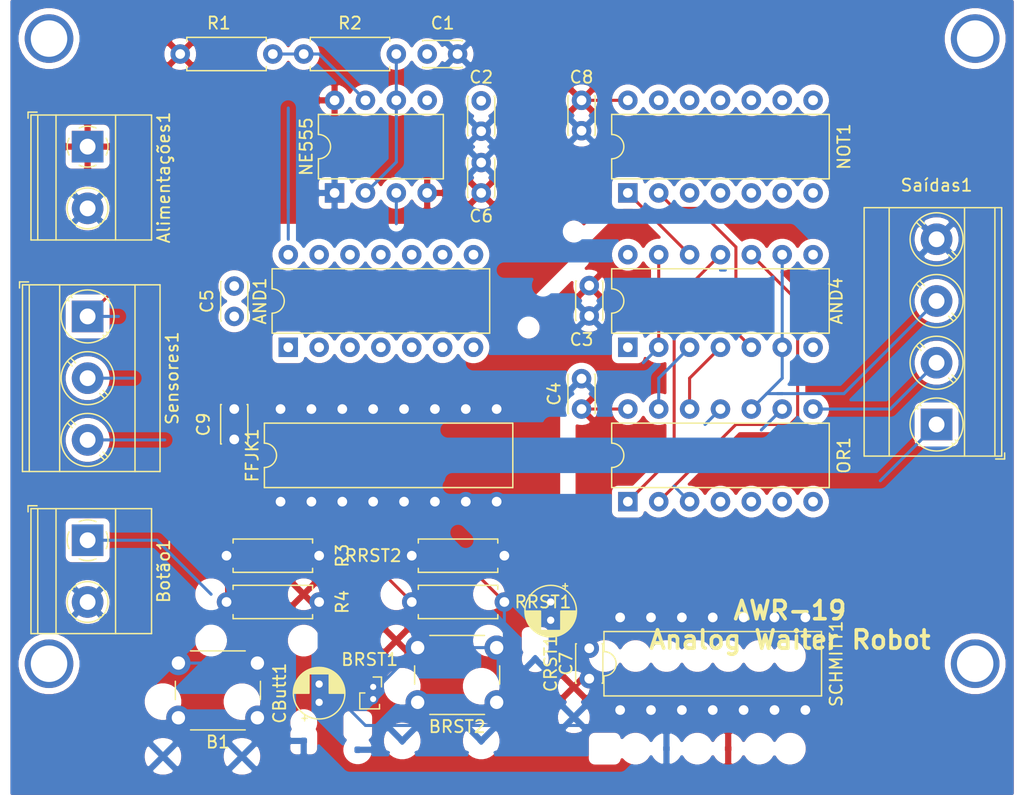
<source format=kicad_pcb>
(kicad_pcb (version 20171130) (host pcbnew "(5.1.9)-1")
  (layers (0 F.Cu signal) (31 B.Cu signal) (34 B.Paste user) (35 F.Paste user) (36 B.SilkS user) (37 F.SilkS user) (38 B.Mask user) (39 F.Mask user) (44 Edge.Cuts user))
  (net 0 "")
  (net 1 RESET)
  (net 2 +5V)
  (net 3 "Net-(NE555-Pad7)")
  (net 4 CLK)
  (net 5 "Net-(C1-Pad1)")
  (net 6 GND)
  (net 7 B1')
  (net 8 B)
  (net 9 "Net-(AND1-Pad4)")
  (net 10 S8)
  (net 11 S1)
  (net 12 BWL)
  (net 13 B0)
  (net 14 "Net-(AND4-Pad5)")
  (net 15 "Net-(AND4-Pad11)")
  (net 16 "Net-(AND4-Pad4)")
  (net 17 "Net-(AND4-Pad10)")
  (net 18 "Net-(AND4-Pad3)")
  (net 19 S5)
  (net 20 FWR)
  (net 21 FWL)
  (net 22 "Net-(C2-Pad2)")
  (net 23 B_IN)
  (net 24 "Net-(AND1-Pad3)")
  (net 25 "Net-(AND1-Pad10)")
  (net 26 "Net-(FFJK1-Pad3)")
  (net 27 "Net-(FFJK1-Pad2)")
  (net 28 "Net-(BRST1-Pad1)")
  (net 29 "Net-(CButt1-Pad2)")
  (module Capacitor_THT:C_Disc_D3.0mm_W2.0mm_P2.50mm (layer F.Cu) (at 85.09 62.23 90)
    (fp_text reference C4 (at 1.25 -2.25 90) (layer F.SilkS))
    (fp_text value 10n)
    (pad 2 thru_hole circle (at 2.5 0 90) (size 1.6 1.6) (drill 0.8) (layers *.Cu *.Mask) (net 6 GND))
    (pad 1 thru_hole circle (at 0 0 90) (size 1.6 1.6) (drill 0.8) (layers *.Cu *.Mask) (net 2 +5V))
  )
  (module Connector_PinSocket_1.00mm:PinSocket_1x02_P1.00mm_Vertical (layer F.Cu) (at 67.945 85.09)
    (fp_text reference BRST1 (at -0.29 -2.25) (layer F.SilkS))
    (fp_text value Conn_01x02_Female)
    (pad 2 thru_hole oval (at 0 1) (size 0.85 0.85) (drill 0.5) (layers *.Cu *.Mask) (net 6 GND))
    (pad 1 thru_hole rect (at 0 0) (size 0.85 0.85) (drill 0.5) (layers *.Cu *.Mask) (net 28 "Net-(BRST1-Pad1)"))
  )
  (module Package_DIP:DIP-14_W7.62mm (layer F.Cu) (at 60.96 57.15 90)
    (fp_text reference AND1 (at 3.81 -2.33 90) (layer F.SilkS))
    (fp_text value 4081)
    (pad 1 thru_hole rect (at 0 0 90) (size 1.6 1.6) (drill 0.8) (layers *.Cu *.Mask) (net 11 S1))
    (pad 8 thru_hole oval (at 7.62 15.24 90) (size 1.6 1.6) (drill 0.8) (layers *.Cu *.Mask) (net 13 B0))
    (pad 2 thru_hole oval (at 0 2.54 90) (size 1.6 1.6) (drill 0.8) (layers *.Cu *.Mask) (net 10 S8))
    (pad 9 thru_hole oval (at 7.62 12.7 90) (size 1.6 1.6) (drill 0.8) (layers *.Cu *.Mask) (net 19 S5))
    (pad 3 thru_hole oval (at 0 5.08 90) (size 1.6 1.6) (drill 0.8) (layers *.Cu *.Mask) (net 24 "Net-(AND1-Pad3)"))
    (pad 10 thru_hole oval (at 7.62 10.16 90) (size 1.6 1.6) (drill 0.8) (layers *.Cu *.Mask) (net 25 "Net-(AND1-Pad10)"))
    (pad 4 thru_hole oval (at 0 7.62 90) (size 1.6 1.6) (drill 0.8) (layers *.Cu *.Mask) (net 9 "Net-(AND1-Pad4)"))
    (pad 11 thru_hole oval (at 7.62 7.62 90) (size 1.6 1.6) (drill 0.8) (layers *.Cu *.Mask) (net 21 FWL))
    (pad 5 thru_hole oval (at 0 10.16 90) (size 1.6 1.6) (drill 0.8) (layers *.Cu *.Mask) (net 13 B0))
    (pad 12 thru_hole oval (at 7.62 5.08 90) (size 1.6 1.6) (drill 0.8) (layers *.Cu *.Mask) (net 7 B1'))
    (pad 6 thru_hole oval (at 0 12.7 90) (size 1.6 1.6) (drill 0.8) (layers *.Cu *.Mask) (net 24 "Net-(AND1-Pad3)"))
    (pad 13 thru_hole oval (at 7.62 2.54 90) (size 1.6 1.6) (drill 0.8) (layers *.Cu *.Mask) (net 13 B0))
    (pad 7 thru_hole oval (at 0 15.24 90) (size 1.6 1.6) (drill 0.8) (layers *.Cu *.Mask))
    (pad 14 thru_hole oval (at 7.62 0 90) (size 1.6 1.6) (drill 0.8) (layers *.Cu *.Mask))
  )
  (module Capacitor_THT:C_Disc_D3.0mm_W2.0mm_P2.50mm (layer F.Cu) (at 56.515 54.61 90)
    (fp_text reference C5 (at 1.25 -2.25 90) (layer F.SilkS))
    (fp_text value 10n)
    (pad 1 thru_hole circle (at 0 0 90) (size 1.6 1.6) (drill 0.8) (layers *.Cu *.Mask) (net 2 +5V))
    (pad 2 thru_hole circle (at 2.5 0 90) (size 1.6 1.6) (drill 0.8) (layers *.Cu *.Mask) (net 6 GND))
  )
  (module Resistor_THT:R_Axial_DIN0207_L6.3mm_D2.5mm_P7.62mm_Horizontal (layer F.Cu) (at 55.88 78.105)
    (fp_text reference R4 (at 9.525 0 -90) (layer F.SilkS))
    (fp_text value 1k)
    (pad 2 thru_hole oval (at 7.62 0) (size 1.6 1.6) (drill 0.8) (layers *.Cu *.Mask) (net 29 "Net-(CButt1-Pad2)"))
    (pad 1 thru_hole circle (at 0 0) (size 1.6 1.6) (drill 0.8) (layers *.Cu *.Mask) (net 23 B_IN))
  )
  (module Package_DIP:DIP-14_W7.62mm (layer F.Cu) (at 88.265 86.995 90)
    (fp_text reference SCHMITT1 (at 3.81 17.78 90) (layer F.SilkS))
    (fp_text value SN74LVC1G14DRL)
    (pad 14 thru_hole oval (at 7.62 0 90) (size 1.6 1.6) (drill 0.8) (layers *.Cu *.Mask))
    (pad 7 thru_hole oval (at 0 15.24 90) (size 1.6 1.6) (drill 0.8) (layers *.Cu *.Mask))
    (pad 13 thru_hole oval (at 7.62 2.54 90) (size 1.6 1.6) (drill 0.8) (layers *.Cu *.Mask))
    (pad 6 thru_hole oval (at 0 12.7 90) (size 1.6 1.6) (drill 0.8) (layers *.Cu *.Mask))
    (pad 12 thru_hole oval (at 7.62 5.08 90) (size 1.6 1.6) (drill 0.8) (layers *.Cu *.Mask))
    (pad 5 thru_hole oval (at 0 10.16 90) (size 1.6 1.6) (drill 0.8) (layers *.Cu *.Mask) (net 2 +5V))
    (pad 11 thru_hole oval (at 7.62 7.62 90) (size 1.6 1.6) (drill 0.8) (layers *.Cu *.Mask))
    (pad 4 thru_hole oval (at 0 7.62 90) (size 1.6 1.6) (drill 0.8) (layers *.Cu *.Mask) (net 8 B))
    (pad 10 thru_hole oval (at 7.62 10.16 90) (size 1.6 1.6) (drill 0.8) (layers *.Cu *.Mask))
    (pad 3 thru_hole oval (at 0 5.08 90) (size 1.6 1.6) (drill 0.8) (layers *.Cu *.Mask) (net 6 GND))
    (pad 9 thru_hole oval (at 7.62 12.7 90) (size 1.6 1.6) (drill 0.8) (layers *.Cu *.Mask))
    (pad 2 thru_hole oval (at 0 2.54 90) (size 1.6 1.6) (drill 0.8) (layers *.Cu *.Mask) (net 29 "Net-(CButt1-Pad2)"))
    (pad 8 thru_hole oval (at 7.62 15.24 90) (size 1.6 1.6) (drill 0.8) (layers *.Cu *.Mask))
    (pad 1 thru_hole rect (at 0 0 90) (size 1.6 1.6) (drill 0.8) (layers *.Cu *.Mask))
  )
  (module Resistor_THT:R_Axial_DIN0207_L6.3mm_D2.5mm_P7.62mm_Horizontal (layer F.Cu) (at 71.12 78.105)
    (fp_text reference RRST1 (at 10.795 0) (layer F.SilkS))
    (fp_text value 100k)
    (pad 2 thru_hole oval (at 7.62 0) (size 1.6 1.6) (drill 0.8) (layers *.Cu *.Mask) (net 28 "Net-(BRST1-Pad1)"))
    (pad 1 thru_hole circle (at 0 0) (size 1.6 1.6) (drill 0.8) (layers *.Cu *.Mask) (net 2 +5V))
  )
  (module Capacitor_THT:CP_Radial_D4.0mm_P1.50mm (layer F.Cu) (at 63.5 86.36 90)
    (fp_text reference CButt1 (at 0.75 -3.25 90) (layer F.SilkS))
    (fp_text value 10n)
    (pad 2 thru_hole circle (at 1.5 0 90) (size 1.2 1.2) (drill 0.6) (layers *.Cu *.Mask) (net 29 "Net-(CButt1-Pad2)"))
    (pad 1 thru_hole rect (at 0 0 90) (size 1.2 1.2) (drill 0.6) (layers *.Cu *.Mask) (net 6 GND))
  )
  (module Button_Switch_THT:SW_PUSH_6mm_H7.3mm (layer F.Cu) (at 78.105 86.36 180)
    (fp_text reference BRST2 (at 3.25 -2) (layer F.SilkS))
    (fp_text value SW_Push)
    (pad 1 thru_hole circle (at 6.5 0 270) (size 2 2) (drill 1.1) (layers *.Cu *.Mask) (net 6 GND))
    (pad 2 thru_hole circle (at 6.5 4.5 270) (size 2 2) (drill 1.1) (layers *.Cu *.Mask) (net 28 "Net-(BRST1-Pad1)"))
    (pad 1 thru_hole circle (at 0 0 270) (size 2 2) (drill 1.1) (layers *.Cu *.Mask) (net 6 GND))
    (pad 2 thru_hole circle (at 0 4.5 270) (size 2 2) (drill 1.1) (layers *.Cu *.Mask) (net 28 "Net-(BRST1-Pad1)"))
  )
  (module Button_Switch_THT:SW_PUSH_6mm_H7.3mm (layer F.Cu) (at 58.42 87.63 180)
    (fp_text reference B1 (at 3.25 -2) (layer F.SilkS))
    (fp_text value SW_Push)
    (pad 1 thru_hole circle (at 6.5 0 270) (size 2 2) (drill 1.1) (layers *.Cu *.Mask) (net 6 GND))
    (pad 2 thru_hole circle (at 6.5 4.5 270) (size 2 2) (drill 1.1) (layers *.Cu *.Mask) (net 23 B_IN))
    (pad 1 thru_hole circle (at 0 0 270) (size 2 2) (drill 1.1) (layers *.Cu *.Mask) (net 6 GND))
    (pad 2 thru_hole circle (at 0 4.5 270) (size 2 2) (drill 1.1) (layers *.Cu *.Mask) (net 23 B_IN))
  )
  (module Package_DIP:DIP-14_W7.62mm (layer F.Cu) (at 88.9 69.85 90)
    (fp_text reference OR1 (at 3.81 17.78 90) (layer F.SilkS))
    (fp_text value 4071)
    (pad 14 thru_hole oval (at 7.62 0 90) (size 1.6 1.6) (drill 0.8) (layers *.Cu *.Mask))
    (pad 7 thru_hole oval (at 0 15.24 90) (size 1.6 1.6) (drill 0.8) (layers *.Cu *.Mask))
    (pad 13 thru_hole oval (at 7.62 2.54 90) (size 1.6 1.6) (drill 0.8) (layers *.Cu *.Mask) (net 18 "Net-(AND4-Pad3)"))
    (pad 6 thru_hole oval (at 0 12.7 90) (size 1.6 1.6) (drill 0.8) (layers *.Cu *.Mask))
    (pad 12 thru_hole oval (at 7.62 5.08 90) (size 1.6 1.6) (drill 0.8) (layers *.Cu *.Mask) (net 16 "Net-(AND4-Pad4)"))
    (pad 5 thru_hole oval (at 0 10.16 90) (size 1.6 1.6) (drill 0.8) (layers *.Cu *.Mask))
    (pad 11 thru_hole oval (at 7.62 7.62 90) (size 1.6 1.6) (drill 0.8) (layers *.Cu *.Mask) (net 26 "Net-(FFJK1-Pad3)"))
    (pad 4 thru_hole oval (at 0 7.62 90) (size 1.6 1.6) (drill 0.8) (layers *.Cu *.Mask))
    (pad 10 thru_hole oval (at 7.62 10.16 90) (size 1.6 1.6) (drill 0.8) (layers *.Cu *.Mask) (net 20 FWR))
    (pad 3 thru_hole oval (at 0 5.08 90) (size 1.6 1.6) (drill 0.8) (layers *.Cu *.Mask) (net 27 "Net-(FFJK1-Pad2)"))
    (pad 9 thru_hole oval (at 7.62 12.7 90) (size 1.6 1.6) (drill 0.8) (layers *.Cu *.Mask) (net 13 B0))
    (pad 2 thru_hole oval (at 0 2.54 90) (size 1.6 1.6) (drill 0.8) (layers *.Cu *.Mask) (net 17 "Net-(AND4-Pad10)"))
    (pad 8 thru_hole oval (at 7.62 15.24 90) (size 1.6 1.6) (drill 0.8) (layers *.Cu *.Mask) (net 12 BWL))
    (pad 1 thru_hole rect (at 0 0 90) (size 1.6 1.6) (drill 0.8) (layers *.Cu *.Mask) (net 15 "Net-(AND4-Pad11)"))
  )
  (module Capacitor_THT:CP_Radial_D4.0mm_P1.50mm (layer F.Cu) (at 82.55 78.105 270)
    (fp_text reference CRST1 (at 5.08 0 90) (layer F.SilkS))
    (fp_text value 10n)
    (pad 2 thru_hole circle (at 1.5 0 270) (size 1.2 1.2) (drill 0.6) (layers *.Cu *.Mask) (net 6 GND))
    (pad 1 thru_hole rect (at 0 0 270) (size 1.2 1.2) (drill 0.6) (layers *.Cu *.Mask) (net 1 RESET))
  )
  (module Resistor_THT:R_Axial_DIN0207_L6.3mm_D2.5mm_P7.62mm_Horizontal (layer F.Cu) (at 71.12 74.295)
    (fp_text reference RRST2 (at -3.175 0 180) (layer F.SilkS))
    (fp_text value 100k)
    (pad 1 thru_hole circle (at 0 0) (size 1.6 1.6) (drill 0.8) (layers *.Cu *.Mask) (net 28 "Net-(BRST1-Pad1)"))
    (pad 2 thru_hole oval (at 7.62 0) (size 1.6 1.6) (drill 0.8) (layers *.Cu *.Mask) (net 1 RESET))
  )
  (module Package_DIP:DIP-14_W7.62mm (layer F.Cu) (at 88.9 57.15 90)
    (fp_text reference AND4 (at 3.81 17.145 90) (layer F.SilkS))
    (fp_text value 4081)
    (pad 14 thru_hole oval (at 7.62 0 90) (size 1.6 1.6) (drill 0.8) (layers *.Cu *.Mask))
    (pad 7 thru_hole oval (at 0 15.24 90) (size 1.6 1.6) (drill 0.8) (layers *.Cu *.Mask))
    (pad 13 thru_hole oval (at 7.62 2.54 90) (size 1.6 1.6) (drill 0.8) (layers *.Cu *.Mask) (net 7 B1'))
    (pad 6 thru_hole oval (at 0 12.7 90) (size 1.6 1.6) (drill 0.8) (layers *.Cu *.Mask) (net 12 BWL))
    (pad 12 thru_hole oval (at 7.62 5.08 90) (size 1.6 1.6) (drill 0.8) (layers *.Cu *.Mask) (net 24 "Net-(AND1-Pad3)"))
    (pad 5 thru_hole oval (at 0 10.16 90) (size 1.6 1.6) (drill 0.8) (layers *.Cu *.Mask) (net 14 "Net-(AND4-Pad5)"))
    (pad 11 thru_hole oval (at 7.62 7.62 90) (size 1.6 1.6) (drill 0.8) (layers *.Cu *.Mask) (net 15 "Net-(AND4-Pad11)"))
    (pad 4 thru_hole oval (at 0 7.62 90) (size 1.6 1.6) (drill 0.8) (layers *.Cu *.Mask) (net 16 "Net-(AND4-Pad4)"))
    (pad 10 thru_hole oval (at 7.62 10.16 90) (size 1.6 1.6) (drill 0.8) (layers *.Cu *.Mask) (net 17 "Net-(AND4-Pad10)"))
    (pad 3 thru_hole oval (at 0 5.08 90) (size 1.6 1.6) (drill 0.8) (layers *.Cu *.Mask) (net 18 "Net-(AND4-Pad3)"))
    (pad 9 thru_hole oval (at 7.62 12.7 90) (size 1.6 1.6) (drill 0.8) (layers *.Cu *.Mask) (net 12 BWL))
    (pad 2 thru_hole oval (at 0 2.54 90) (size 1.6 1.6) (drill 0.8) (layers *.Cu *.Mask) (net 7 B1'))
    (pad 8 thru_hole oval (at 7.62 15.24 90) (size 1.6 1.6) (drill 0.8) (layers *.Cu *.Mask) (net 19 S5))
    (pad 1 thru_hole rect (at 0 0 90) (size 1.6 1.6) (drill 0.8) (layers *.Cu *.Mask) (net 8 B))
  )
  (module Package_DIP:DIP-16_W7.62mm (layer F.Cu) (at 60.325 69.85 90)
    (fp_text reference FFJK1 (at 3.81 -2.33 90) (layer F.SilkS))
    (fp_text value 74LS76)
    (pad 16 thru_hole oval (at 7.62 0 90) (size 1.6 1.6) (drill 0.8) (layers *.Cu *.Mask))
    (pad 8 thru_hole oval (at 0 17.78 90) (size 1.6 1.6) (drill 0.8) (layers *.Cu *.Mask))
    (pad 15 thru_hole oval (at 7.62 2.54 90) (size 1.6 1.6) (drill 0.8) (layers *.Cu *.Mask) (net 1 RESET))
    (pad 7 thru_hole oval (at 0 15.24 90) (size 1.6 1.6) (drill 0.8) (layers *.Cu *.Mask) (net 7 B1'))
    (pad 14 thru_hole oval (at 7.62 5.08 90) (size 1.6 1.6) (drill 0.8) (layers *.Cu *.Mask) (net 1 RESET))
    (pad 6 thru_hole oval (at 0 12.7 90) (size 1.6 1.6) (drill 0.8) (layers *.Cu *.Mask))
    (pad 13 thru_hole oval (at 7.62 7.62 90) (size 1.6 1.6) (drill 0.8) (layers *.Cu *.Mask) (net 4 CLK))
    (pad 5 thru_hole oval (at 0 10.16 90) (size 1.6 1.6) (drill 0.8) (layers *.Cu *.Mask) (net 13 B0))
    (pad 12 thru_hole oval (at 7.62 10.16 90) (size 1.6 1.6) (drill 0.8) (layers *.Cu *.Mask) (net 25 "Net-(AND1-Pad10)"))
    (pad 4 thru_hole oval (at 0 7.62 90) (size 1.6 1.6) (drill 0.8) (layers *.Cu *.Mask) (net 2 +5V))
    (pad 11 thru_hole oval (at 7.62 12.7 90) (size 1.6 1.6) (drill 0.8) (layers *.Cu *.Mask) (net 9 "Net-(AND1-Pad4)"))
    (pad 3 thru_hole oval (at 0 5.08 90) (size 1.6 1.6) (drill 0.8) (layers *.Cu *.Mask) (net 26 "Net-(FFJK1-Pad3)"))
    (pad 10 thru_hole oval (at 7.62 15.24 90) (size 1.6 1.6) (drill 0.8) (layers *.Cu *.Mask) (net 2 +5V))
    (pad 2 thru_hole oval (at 0 2.54 90) (size 1.6 1.6) (drill 0.8) (layers *.Cu *.Mask) (net 27 "Net-(FFJK1-Pad2)"))
    (pad 9 thru_hole oval (at 7.62 17.78 90) (size 1.6 1.6) (drill 0.8) (layers *.Cu *.Mask) (net 12 BWL))
    (pad 1 thru_hole rect (at 0 0 90) (size 1.6 1.6) (drill 0.8) (layers *.Cu *.Mask) (net 4 CLK))
  )
  (module TerminalBlock_Phoenix:TerminalBlock_Phoenix_MKDS-3-3-5.08_1x03_P5.08mm_Horizontal (layer F.Cu) (at 44.45 54.61 270)
    (fp_text reference Sensores1 (at 5.08 -6.96 90) (layer F.SilkS))
    (fp_text value Conn_01x03_Female)
    (pad 3 thru_hole circle (at 10.16 0 270) (size 2.6 2.6) (drill 1.3) (layers *.Cu *.Mask) (net 11 S1))
    (pad 2 thru_hole circle (at 5.08 0 270) (size 2.6 2.6) (drill 1.3) (layers *.Cu *.Mask) (net 10 S8))
    (pad 1 thru_hole rect (at 0 0 270) (size 2.6 2.6) (drill 1.3) (layers *.Cu *.Mask) (net 19 S5))
  )
  (module Capacitor_THT:C_Disc_D3.0mm_W2.0mm_P2.50mm (layer F.Cu) (at 56.515 62.23 270)
    (fp_text reference C9 (at 1.27 2.54 90) (layer F.SilkS))
    (fp_text value 10n hide)
    (pad 2 thru_hole circle (at 2.5 0 270) (size 1.6 1.6) (drill 0.8) (layers *.Cu *.Mask) (net 6 GND))
    (pad 1 thru_hole circle (at 0 0 270) (size 1.6 1.6) (drill 0.8) (layers *.Cu *.Mask) (net 2 +5V))
  )
  (module Capacitor_THT:C_Disc_D3.0mm_W2.0mm_P2.50mm (layer F.Cu) (at 85.09 36.83 270)
    (fp_text reference C8 (at -1.905 0 180) (layer F.SilkS))
    (fp_text value 10n)
    (pad 2 thru_hole circle (at 2.5 0 270) (size 1.6 1.6) (drill 0.8) (layers *.Cu *.Mask) (net 6 GND))
    (pad 1 thru_hole circle (at 0 0 270) (size 1.6 1.6) (drill 0.8) (layers *.Cu *.Mask) (net 2 +5V))
  )
  (module Capacitor_THT:C_Disc_D3.0mm_W2.0mm_P2.50mm (layer F.Cu) (at 85.725 81.915 270)
    (fp_text reference C7 (at 1.27 1.905 90) (layer F.SilkS))
    (fp_text value 10n)
    (pad 2 thru_hole circle (at 2.5 0 270) (size 1.6 1.6) (drill 0.8) (layers *.Cu *.Mask) (net 6 GND))
    (pad 1 thru_hole circle (at 0 0 270) (size 1.6 1.6) (drill 0.8) (layers *.Cu *.Mask) (net 2 +5V))
  )
  (module Capacitor_THT:C_Disc_D3.0mm_W2.0mm_P2.50mm (layer F.Cu) (at 76.835 44.45 90)
    (fp_text reference C6 (at -1.905 0 180) (layer F.SilkS))
    (fp_text value 10n)
    (pad 2 thru_hole circle (at 2.5 0 90) (size 1.6 1.6) (drill 0.8) (layers *.Cu *.Mask) (net 6 GND))
    (pad 1 thru_hole circle (at 0 0 90) (size 1.6 1.6) (drill 0.8) (layers *.Cu *.Mask) (net 2 +5V))
  )
  (module Capacitor_THT:C_Disc_D3.0mm_W2.0mm_P2.50mm (layer F.Cu) (at 85.725 52.07 270)
    (fp_text reference C3 (at 4.445 0.635 180) (layer F.SilkS))
    (fp_text value 10n)
    (pad 2 thru_hole circle (at 2.5 0 270) (size 1.6 1.6) (drill 0.8) (layers *.Cu *.Mask) (net 6 GND))
    (pad 1 thru_hole circle (at 0 0 270) (size 1.6 1.6) (drill 0.8) (layers *.Cu *.Mask) (net 2 +5V))
  )
  (module Capacitor_THT:C_Disc_D3.0mm_W2.0mm_P2.50mm (layer F.Cu) (at 72.39 33.02)
    (fp_text reference C1 (at 1.27 -2.54) (layer F.SilkS))
    (fp_text value 4,7u)
    (pad 2 thru_hole circle (at 2.5 0) (size 1.6 1.6) (drill 0.8) (layers *.Cu *.Mask) (net 6 GND))
    (pad 1 thru_hole circle (at 0 0) (size 1.6 1.6) (drill 0.8) (layers *.Cu *.Mask) (net 5 "Net-(C1-Pad1)"))
  )
  (module Capacitor_THT:C_Disc_D3.0mm_W2.0mm_P2.50mm (layer F.Cu) (at 76.835 39.37 90)
    (fp_text reference C2 (at 4.445 0 180) (layer F.SilkS))
    (fp_text value 10n hide)
    (pad 2 thru_hole circle (at 2.5 0 90) (size 1.6 1.6) (drill 0.8) (layers *.Cu *.Mask) (net 22 "Net-(C2-Pad2)"))
    (pad 1 thru_hole circle (at 0 0 90) (size 1.6 1.6) (drill 0.8) (layers *.Cu *.Mask) (net 6 GND))
  )
  (module Resistor_THT:R_Axial_DIN0207_L6.3mm_D2.5mm_P7.62mm_Horizontal (layer F.Cu) (at 63.5 74.295 180)
    (fp_text reference R3 (at -1.905 0 270) (layer F.SilkS))
    (fp_text value 10k)
    (pad 2 thru_hole oval (at 7.62 0 180) (size 1.6 1.6) (drill 0.8) (layers *.Cu *.Mask) (net 23 B_IN))
    (pad 1 thru_hole circle (at 0 0 180) (size 1.6 1.6) (drill 0.8) (layers *.Cu *.Mask) (net 2 +5V))
  )
  (module Resistor_THT:R_Axial_DIN0207_L6.3mm_D2.5mm_P7.62mm_Horizontal (layer F.Cu) (at 52.07 33.02)
    (fp_text reference R1 (at 3.175 -2.54) (layer F.SilkS))
    (fp_text value 6,2k)
    (pad 2 thru_hole oval (at 7.62 0) (size 1.6 1.6) (drill 0.8) (layers *.Cu *.Mask) (net 3 "Net-(NE555-Pad7)"))
    (pad 1 thru_hole circle (at 0 0) (size 1.6 1.6) (drill 0.8) (layers *.Cu *.Mask) (net 2 +5V))
  )
  (module Resistor_THT:R_Axial_DIN0207_L6.3mm_D2.5mm_P7.62mm_Horizontal (layer F.Cu) (at 62.23 33.02)
    (fp_text reference R2 (at 3.81 -2.54) (layer F.SilkS))
    (fp_text value 150k)
    (pad 2 thru_hole oval (at 7.62 0) (size 1.6 1.6) (drill 0.8) (layers *.Cu *.Mask) (net 5 "Net-(C1-Pad1)"))
    (pad 1 thru_hole circle (at 0 0) (size 1.6 1.6) (drill 0.8) (layers *.Cu *.Mask) (net 3 "Net-(NE555-Pad7)"))
  )
  (module Package_DIP:DIP-8_W7.62mm (layer F.Cu) (at 64.77 44.45 90)
    (fp_text reference NE555 (at 3.81 -2.33 90) (layer F.SilkS))
    (fp_text value NE555P)
    (pad 8 thru_hole oval (at 7.62 0 90) (size 1.6 1.6) (drill 0.8) (layers *.Cu *.Mask) (net 2 +5V))
    (pad 4 thru_hole oval (at 0 7.62 90) (size 1.6 1.6) (drill 0.8) (layers *.Cu *.Mask) (net 2 +5V))
    (pad 7 thru_hole oval (at 7.62 2.54 90) (size 1.6 1.6) (drill 0.8) (layers *.Cu *.Mask) (net 3 "Net-(NE555-Pad7)"))
    (pad 3 thru_hole oval (at 0 5.08 90) (size 1.6 1.6) (drill 0.8) (layers *.Cu *.Mask) (net 4 CLK))
    (pad 6 thru_hole oval (at 7.62 5.08 90) (size 1.6 1.6) (drill 0.8) (layers *.Cu *.Mask) (net 5 "Net-(C1-Pad1)"))
    (pad 2 thru_hole oval (at 0 2.54 90) (size 1.6 1.6) (drill 0.8) (layers *.Cu *.Mask) (net 5 "Net-(C1-Pad1)"))
    (pad 5 thru_hole oval (at 7.62 7.62 90) (size 1.6 1.6) (drill 0.8) (layers *.Cu *.Mask) (net 22 "Net-(C2-Pad2)"))
    (pad 1 thru_hole rect (at 0 0 90) (size 1.6 1.6) (drill 0.8) (layers *.Cu *.Mask) (net 6 GND))
  )
  (module TerminalBlock_Phoenix:TerminalBlock_Phoenix_MKDS-1,5-2-5.08_1x02_P5.08mm_Horizontal (layer F.Cu) (at 44.45 73.025 270)
    (fp_text reference Botão1 (at 2.54 -6.26 90) (layer F.SilkS))
    (fp_text value Conn_01x02_Female)
    (pad 2 thru_hole circle (at 5.08 0 270) (size 2.6 2.6) (drill 1.3) (layers *.Cu *.Mask) (net 6 GND))
    (pad 1 thru_hole rect (at 0 0 270) (size 2.6 2.6) (drill 1.3) (layers *.Cu *.Mask) (net 23 B_IN))
  )
  (module TerminalBlock_Phoenix:TerminalBlock_Phoenix_MKDS-3-4-5.08_1x04_P5.08mm_Horizontal (layer F.Cu) (at 114.3 63.5 90)
    (fp_text reference Saídas1 (at 19.685 0 180) (layer F.SilkS))
    (fp_text value Conn_01x04_Female)
    (pad 4 thru_hole circle (at 15.24 0 90) (size 2.6 2.6) (drill 1.3) (layers *.Cu *.Mask) (net 6 GND))
    (pad 3 thru_hole circle (at 10.16 0 90) (size 2.6 2.6) (drill 1.3) (layers *.Cu *.Mask) (net 12 BWL))
    (pad 2 thru_hole circle (at 5.08 0 90) (size 2.6 2.6) (drill 1.3) (layers *.Cu *.Mask) (net 20 FWR))
    (pad 1 thru_hole rect (at 0 0 90) (size 2.6 2.6) (drill 1.3) (layers *.Cu *.Mask) (net 21 FWL))
  )
  (module TerminalBlock_Phoenix:TerminalBlock_Phoenix_MKDS-1,5-2-5.08_1x02_P5.08mm_Horizontal (layer F.Cu) (at 44.45 40.64 270)
    (fp_text reference Alimentações1 (at 2.54 -6.26 90) (layer F.SilkS))
    (fp_text value Conn_01x02_Female)
    (pad 2 thru_hole circle (at 5.08 0 270) (size 2.6 2.6) (drill 1.3) (layers *.Cu *.Mask) (net 6 GND))
    (pad 1 thru_hole rect (at 0 0 270) (size 2.6 2.6) (drill 1.3) (layers *.Cu *.Mask) (net 2 +5V))
  )
  (module Package_DIP:DIP-14_W7.62mm (layer F.Cu) (at 88.9 44.45 90)
    (fp_text reference NOT1 (at 3.81 17.78 90) (layer F.SilkS))
    (fp_text value 74LS04 hide)
    (pad 14 thru_hole oval (at 7.62 0 90) (size 1.6 1.6) (drill 0.8) (layers *.Cu *.Mask))
    (pad 7 thru_hole oval (at 0 15.24 90) (size 1.6 1.6) (drill 0.8) (layers *.Cu *.Mask))
    (pad 13 thru_hole oval (at 7.62 2.54 90) (size 1.6 1.6) (drill 0.8) (layers *.Cu *.Mask))
    (pad 6 thru_hole oval (at 0 12.7 90) (size 1.6 1.6) (drill 0.8) (layers *.Cu *.Mask))
    (pad 12 thru_hole oval (at 7.62 5.08 90) (size 1.6 1.6) (drill 0.8) (layers *.Cu *.Mask))
    (pad 5 thru_hole oval (at 0 10.16 90) (size 1.6 1.6) (drill 0.8) (layers *.Cu *.Mask))
    (pad 11 thru_hole oval (at 7.62 7.62 90) (size 1.6 1.6) (drill 0.8) (layers *.Cu *.Mask))
    (pad 4 thru_hole oval (at 0 7.62 90) (size 1.6 1.6) (drill 0.8) (layers *.Cu *.Mask))
    (pad 10 thru_hole oval (at 7.62 10.16 90) (size 1.6 1.6) (drill 0.8) (layers *.Cu *.Mask))
    (pad 3 thru_hole oval (at 0 5.08 90) (size 1.6 1.6) (drill 0.8) (layers *.Cu *.Mask))
    (pad 9 thru_hole oval (at 7.62 12.7 90) (size 1.6 1.6) (drill 0.8) (layers *.Cu *.Mask))
    (pad 2 thru_hole oval (at 0 2.54 90) (size 1.6 1.6) (drill 0.8) (layers *.Cu *.Mask) (net 14 "Net-(AND4-Pad5)"))
    (pad 8 thru_hole oval (at 7.62 15.24 90) (size 1.6 1.6) (drill 0.8) (layers *.Cu *.Mask))
    (pad 1 thru_hole rect (at 0 0 90) (size 1.6 1.6) (drill 0.8) (layers *.Cu *.Mask) (net 24 "Net-(AND1-Pad3)"))
  )
  (gr_text "AWR-19\nAnalog Waiter Robot" (at 102.235 80.01) (layer F.SilkS) (effects (font (size 1.5 1.5) (thickness 0.3))))
  (via (at 117.475 83.185) (size 4) (drill 3) (layers F.Cu B.Cu) (net 0))
  (via (at 117.475 31.75) (size 4) (drill 3) (layers F.Cu B.Cu) (net 0))
  (via (at 41.275 31.75) (size 4) (drill 3) (layers F.Cu B.Cu) (net 0))
  (via (at 41.275 83.185) (size 4) (drill 3) (layers F.Cu B.Cu) (net 0))
  (segment (start 60.96 44.45) (end 60.96 48.26) (width 0.25) (layer B.Cu) (net 1))
  (segment (start 60.96 39.37) (end 60.96 45.72) (width 0.25) (layer B.Cu) (net 1))
  (segment (start 60.96 39.37) (end 60.96 37.465) (width 0.25) (layer B.Cu) (net 1))
  (segment (start 78.74 74.295) (end 82.55 78.105) (width 0.25) (layer B.Cu) (net 1))
  (segment (start 85.09 36.83) (end 88.9 36.83) (width 0.25) (layer F.Cu) (net 2))
  (segment (start 85.09 62.23) (end 88.9 62.23) (width 0.25) (layer F.Cu) (net 2))
  (segment (start 67.31 74.295) (end 71.12 78.105) (width 0.25) (layer F.Cu) (net 2))
  (segment (start 63.5 74.295) (end 67.31 74.295) (width 0.25) (layer F.Cu) (net 2))
  (segment (start 59.69 33.02) (end 62.23 33.02) (width 0.25) (layer B.Cu) (net 3))
  (segment (start 67.17137 36.83) (end 67.31 36.83) (width 0.25) (layer B.Cu) (net 3))
  (segment (start 63.5 33.02) (end 67.31 36.83) (width 0.25) (layer B.Cu) (net 3))
  (segment (start 62.23 33.02) (end 63.5 33.02) (width 0.25) (layer B.Cu) (net 3))
  (segment (start 69.85 44.45) (end 69.85 46.99) (width 0.25) (layer B.Cu) (net 4))
  (segment (start 67.31 44.45) (end 69.85 41.91) (width 0.25) (layer B.Cu) (net 5))
  (segment (start 69.85 41.91) (end 69.85 36.83) (width 0.25) (layer B.Cu) (net 5))
  (segment (start 69.85 33.02) (end 69.85 36.83) (width 0.25) (layer B.Cu) (net 5))
  (segment (start 91.44 49.53) (end 91.44 57.15) (width 0.25) (layer F.Cu) (net 7))
  (segment (start 90.17 58.42) (end 91.44 57.15) (width 0.25) (layer B.Cu) (net 7))
  (segment (start 44.45 59.69) (end 48.26 59.69) (width 0.25) (layer B.Cu) (net 10))
  (segment (start 44.45 64.77) (end 50.8 64.77) (width 0.25) (layer B.Cu) (net 11))
  (segment (start 99.06 62.23) (end 100.33 60.96) (width 0.25) (layer B.Cu) (net 12))
  (segment (start 101.6 60.96) (end 101.204998 60.96) (width 0.25) (layer B.Cu) (net 12))
  (segment (start 100.33 60.96) (end 101.6 60.96) (width 0.25) (layer B.Cu) (net 12))
  (segment (start 100.33 60.96) (end 101.6 59.69) (width 0.25) (layer B.Cu) (net 12))
  (segment (start 101.6 59.69) (end 101.6 57.15) (width 0.25) (layer B.Cu) (net 12))
  (segment (start 96.52 50.8) (end 96.915002 50.8) (width 0.25) (layer B.Cu) (net 12))
  (segment (start 101.6 49.53) (end 101.6 57.15) (width 0.25) (layer B.Cu) (net 12))
  (segment (start 106.68 60.96) (end 114.3 53.34) (width 0.25) (layer B.Cu) (net 12))
  (segment (start 101.6 60.96) (end 106.68 60.96) (width 0.25) (layer B.Cu) (net 12))
  (segment (start 101.6 62.23) (end 99.87999 63.95001) (width 0.25) (layer B.Cu) (net 13))
  (segment (start 91.44 44.45) (end 92.71 45.72) (width 0.25) (layer F.Cu) (net 14))
  (segment (start 94.615 45.72) (end 97.79 48.895) (width 0.25) (layer F.Cu) (net 14))
  (segment (start 97.79 48.895) (end 97.79 55.88) (width 0.25) (layer F.Cu) (net 14))
  (segment (start 97.79 55.88) (end 99.06 57.15) (width 0.25) (layer F.Cu) (net 14))
  (segment (start 92.71 45.72) (end 94.615 45.72) (width 0.25) (layer F.Cu) (net 14))
  (segment (start 88.9 69.85) (end 92.71 66.04) (width 0.25) (layer F.Cu) (net 15))
  (segment (start 92.71 66.04) (end 92.71 53.34) (width 0.25) (layer F.Cu) (net 15))
  (segment (start 92.71 53.34) (end 96.52 49.53) (width 0.25) (layer F.Cu) (net 15))
  (segment (start 93.98 59.69) (end 96.52 57.15) (width 0.25) (layer F.Cu) (net 16))
  (segment (start 93.98 62.23) (end 93.98 59.69) (width 0.25) (layer F.Cu) (net 16))
  (segment (start 97.79 63.5) (end 91.44 69.85) (width 0.25) (layer F.Cu) (net 17))
  (segment (start 97.79 63.5) (end 102.235 63.5) (width 0.25) (layer F.Cu) (net 17))
  (segment (start 102.235 63.5) (end 102.87 62.865) (width 0.25) (layer F.Cu) (net 17))
  (segment (start 102.87 53.34) (end 99.06 49.53) (width 0.25) (layer F.Cu) (net 17))
  (segment (start 102.87 62.865) (end 102.87 53.34) (width 0.25) (layer F.Cu) (net 17))
  (segment (start 91.44 59.69) (end 93.98 57.15) (width 0.25) (layer B.Cu) (net 18))
  (segment (start 91.44 62.23) (end 91.44 59.69) (width 0.25) (layer B.Cu) (net 18))
  (segment (start 44.45 54.61) (end 46.99 54.61) (width 0.25) (layer B.Cu) (net 19))
  (segment (start 51.435 47.625) (end 44.45 54.61) (width 0.25) (layer F.Cu) (net 19))
  (segment (start 110.49 62.23) (end 114.3 58.42) (width 0.25) (layer B.Cu) (net 20))
  (segment (start 104.14 62.23) (end 110.49 62.23) (width 0.25) (layer B.Cu) (net 20))
  (segment (start 109.855 67.945) (end 114.3 63.5) (width 0.25) (layer B.Cu) (net 21))
  (segment (start 109.670009 68.129991) (end 109.855 67.945) (width 0.25) (layer B.Cu) (net 21))
  (segment (start 50.165 73.025) (end 54.61 77.47) (width 0.25) (layer B.Cu) (net 23))
  (segment (start 44.45 73.025) (end 50.165 73.025) (width 0.25) (layer B.Cu) (net 23))
  (segment (start 55.88 74.295) (end 55.88 78.105) (width 0.25) (layer F.Cu) (net 23))
  (segment (start 51.92 82.065) (end 51.92 83.13) (width 0.25) (layer B.Cu) (net 23))
  (segment (start 55.88 78.105) (end 51.92 82.065) (width 0.25) (layer B.Cu) (net 23))
  (segment (start 51.92 83.13) (end 58.42 83.13) (width 0.25) (layer B.Cu) (net 23))
  (segment (start 88.9 44.45) (end 93.98 49.53) (width 0.25) (layer F.Cu) (net 24))
  (segment (start 95.25 63.5) (end 96.52 62.23) (width 0.25) (layer B.Cu) (net 26))
  (segment (start 93.98 69.85) (end 92.71 68.58) (width 0.25) (layer B.Cu) (net 27))
  (segment (start 74.93 74.295) (end 78.74 78.105) (width 0.25) (layer F.Cu) (net 28))
  (segment (start 71.12 74.295) (end 74.93 74.295) (width 0.25) (layer F.Cu) (net 28))
  (segment (start 78.74 81.225) (end 78.105 81.86) (width 0.25) (layer B.Cu) (net 28))
  (segment (start 78.74 78.105) (end 78.74 81.225) (width 0.25) (layer B.Cu) (net 28))
  (segment (start 78.105 81.86) (end 71.605 81.86) (width 0.25) (layer B.Cu) (net 28))
  (segment (start 68.375 85.09) (end 71.605 81.86) (width 0.25) (layer B.Cu) (net 28))
  (segment (start 67.945 85.09) (end 68.375 85.09) (width 0.25) (layer B.Cu) (net 28))
  (segment (start 63.5 84.86) (end 63.5 78.105) (width 0.25) (layer B.Cu) (net 29))
  (segment (start 63.905 84.86) (end 63.5 84.86) (width 0.25) (layer B.Cu) (net 29))
  (segment (start 67.31 88.265) (end 63.905 84.86) (width 0.25) (layer B.Cu) (net 29))
  (segment (start 89.535 88.265) (end 67.31 88.265) (width 0.25) (layer B.Cu) (net 29))
  (segment (start 90.805 86.995) (end 89.535 88.265) (width 0.25) (layer B.Cu) (net 29))
  (zone (net 2) (net_name +5V) (layer F.Cu) (connect_pads (clearance 0.508)) (min_thickness 0.254) (fill yes (arc_segments 32) (thermal_gap 0.508) (thermal_bridge_width 0.508))
    (polygon (pts (xy 120.65 93.98) (xy 38.1 93.98) (xy 38.1 28.575) (xy 120.65 28.575)))
  )
  (zone (net 6) (net_name GND) (layer B.Cu) (connect_pads (clearance 0.508)) (min_thickness 0.254) (fill yes (arc_segments 32) (thermal_gap 0.508) (thermal_bridge_width 0.508))
    (polygon (pts (xy 120.65 93.98) (xy 38.1 93.98) (xy 38.1 28.575) (xy 120.65 28.575)))
  )
)
</source>
